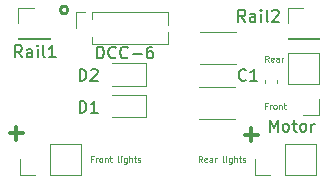
<source format=gbr>
%TF.GenerationSoftware,KiCad,Pcbnew,(5.1.7)-1*%
%TF.CreationDate,2022-11-01T20:21:32+00:00*%
%TF.ProjectId,Hornby-Ringfield-DCC6-Adapter,486f726e-6279-42d5-9269-6e676669656c,rev?*%
%TF.SameCoordinates,Original*%
%TF.FileFunction,Legend,Top*%
%TF.FilePolarity,Positive*%
%FSLAX46Y46*%
G04 Gerber Fmt 4.6, Leading zero omitted, Abs format (unit mm)*
G04 Created by KiCad (PCBNEW (5.1.7)-1) date 2022-11-01 20:21:32*
%MOMM*%
%LPD*%
G01*
G04 APERTURE LIST*
%ADD10C,0.100000*%
%ADD11C,0.300000*%
%ADD12C,0.250000*%
%ADD13C,0.120000*%
%ADD14C,0.150000*%
G04 APERTURE END LIST*
D10*
X152121428Y-75964285D02*
X151954761Y-75964285D01*
X151954761Y-76226190D02*
X151954761Y-75726190D01*
X152192857Y-75726190D01*
X152383333Y-76226190D02*
X152383333Y-75892857D01*
X152383333Y-75988095D02*
X152407142Y-75940476D01*
X152430952Y-75916666D01*
X152478571Y-75892857D01*
X152526190Y-75892857D01*
X152764285Y-76226190D02*
X152716666Y-76202380D01*
X152692857Y-76178571D01*
X152669047Y-76130952D01*
X152669047Y-75988095D01*
X152692857Y-75940476D01*
X152716666Y-75916666D01*
X152764285Y-75892857D01*
X152835714Y-75892857D01*
X152883333Y-75916666D01*
X152907142Y-75940476D01*
X152930952Y-75988095D01*
X152930952Y-76130952D01*
X152907142Y-76178571D01*
X152883333Y-76202380D01*
X152835714Y-76226190D01*
X152764285Y-76226190D01*
X153145238Y-75892857D02*
X153145238Y-76226190D01*
X153145238Y-75940476D02*
X153169047Y-75916666D01*
X153216666Y-75892857D01*
X153288095Y-75892857D01*
X153335714Y-75916666D01*
X153359523Y-75964285D01*
X153359523Y-76226190D01*
X153526190Y-75892857D02*
X153716666Y-75892857D01*
X153597619Y-75726190D02*
X153597619Y-76154761D01*
X153621428Y-76202380D01*
X153669047Y-76226190D01*
X153716666Y-76226190D01*
X152259523Y-72226190D02*
X152092857Y-71988095D01*
X151973809Y-72226190D02*
X151973809Y-71726190D01*
X152164285Y-71726190D01*
X152211904Y-71750000D01*
X152235714Y-71773809D01*
X152259523Y-71821428D01*
X152259523Y-71892857D01*
X152235714Y-71940476D01*
X152211904Y-71964285D01*
X152164285Y-71988095D01*
X151973809Y-71988095D01*
X152664285Y-72202380D02*
X152616666Y-72226190D01*
X152521428Y-72226190D01*
X152473809Y-72202380D01*
X152450000Y-72154761D01*
X152450000Y-71964285D01*
X152473809Y-71916666D01*
X152521428Y-71892857D01*
X152616666Y-71892857D01*
X152664285Y-71916666D01*
X152688095Y-71964285D01*
X152688095Y-72011904D01*
X152450000Y-72059523D01*
X153116666Y-72226190D02*
X153116666Y-71964285D01*
X153092857Y-71916666D01*
X153045238Y-71892857D01*
X152950000Y-71892857D01*
X152902380Y-71916666D01*
X153116666Y-72202380D02*
X153069047Y-72226190D01*
X152950000Y-72226190D01*
X152902380Y-72202380D01*
X152878571Y-72154761D01*
X152878571Y-72107142D01*
X152902380Y-72059523D01*
X152950000Y-72035714D01*
X153069047Y-72035714D01*
X153116666Y-72011904D01*
X153354761Y-72226190D02*
X153354761Y-71892857D01*
X153354761Y-71988095D02*
X153378571Y-71940476D01*
X153402380Y-71916666D01*
X153450000Y-71892857D01*
X153497619Y-71892857D01*
D11*
X130328571Y-78307142D02*
X131471428Y-78307142D01*
X130900000Y-78878571D02*
X130900000Y-77735714D01*
X150228571Y-78407142D02*
X151371428Y-78407142D01*
X150800000Y-78978571D02*
X150800000Y-77835714D01*
D12*
X134828571Y-68152380D02*
X134733333Y-68104761D01*
X134685714Y-68057142D01*
X134638095Y-67961904D01*
X134638095Y-67676190D01*
X134685714Y-67580952D01*
X134733333Y-67533333D01*
X134828571Y-67485714D01*
X134971428Y-67485714D01*
X135066666Y-67533333D01*
X135114285Y-67580952D01*
X135161904Y-67676190D01*
X135161904Y-67961904D01*
X135114285Y-68057142D01*
X135066666Y-68104761D01*
X134971428Y-68152380D01*
X134828571Y-68152380D01*
D13*
%TO.C,D2*%
X139000000Y-74260000D02*
X141860000Y-74260000D01*
X141860000Y-74260000D02*
X141860000Y-72340000D01*
X141860000Y-72340000D02*
X139000000Y-72340000D01*
%TO.C,D1*%
X139000000Y-76960000D02*
X141860000Y-76960000D01*
X141860000Y-76960000D02*
X141860000Y-75040000D01*
X141860000Y-75040000D02*
X139000000Y-75040000D01*
%TO.C,MOTOR1_R2*%
X146472936Y-69740000D02*
X149527064Y-69740000D01*
X146472936Y-72460000D02*
X149527064Y-72460000D01*
%TO.C,MOTOR1_R1*%
X146372936Y-74340000D02*
X149427064Y-74340000D01*
X146372936Y-77060000D02*
X149427064Y-77060000D01*
%TO.C,C1*%
X153010000Y-73753733D02*
X153010000Y-74046267D01*
X151990000Y-73753733D02*
X151990000Y-74046267D01*
%TO.C,Rear lights*%
X156270000Y-81830000D02*
X156270000Y-79170000D01*
X153670000Y-81830000D02*
X156270000Y-81830000D01*
X153670000Y-79170000D02*
X156270000Y-79170000D01*
X153670000Y-81830000D02*
X153670000Y-79170000D01*
X152400000Y-81830000D02*
X151070000Y-81830000D01*
X151070000Y-81830000D02*
X151070000Y-80500000D01*
%TO.C,Motor*%
X156530000Y-71530000D02*
X153870000Y-71530000D01*
X156530000Y-74130000D02*
X156530000Y-71530000D01*
X153870000Y-74130000D02*
X153870000Y-71530000D01*
X156530000Y-74130000D02*
X153870000Y-74130000D01*
X156530000Y-75400000D02*
X156530000Y-76730000D01*
X156530000Y-76730000D02*
X155200000Y-76730000D01*
%TO.C,Front lights*%
X136370000Y-81830000D02*
X136370000Y-79170000D01*
X133770000Y-81830000D02*
X136370000Y-81830000D01*
X133770000Y-79170000D02*
X136370000Y-79170000D01*
X133770000Y-81830000D02*
X133770000Y-79170000D01*
X132500000Y-81830000D02*
X131170000Y-81830000D01*
X131170000Y-81830000D02*
X131170000Y-80500000D01*
%TO.C,Rail2*%
X153870000Y-70330000D02*
X156530000Y-70330000D01*
X153870000Y-70270000D02*
X153870000Y-70330000D01*
X156530000Y-70270000D02*
X156530000Y-70330000D01*
X153870000Y-70270000D02*
X156530000Y-70270000D01*
X153870000Y-69000000D02*
X153870000Y-67670000D01*
X153870000Y-67670000D02*
X155200000Y-67670000D01*
%TO.C,Rail1*%
X131070000Y-70330000D02*
X133730000Y-70330000D01*
X131070000Y-70270000D02*
X131070000Y-70330000D01*
X133730000Y-70270000D02*
X133730000Y-70330000D01*
X131070000Y-70270000D02*
X133730000Y-70270000D01*
X131070000Y-69000000D02*
X131070000Y-67670000D01*
X131070000Y-67670000D02*
X132400000Y-67670000D01*
%TO.C,DCC-6*%
X137335000Y-70730000D02*
X137335000Y-70160000D01*
X137335000Y-68640000D02*
X137335000Y-68070000D01*
X137335000Y-70730000D02*
X143745000Y-70730000D01*
X143745000Y-70730000D02*
X143745000Y-69707530D01*
X143745000Y-69092470D02*
X143745000Y-68070000D01*
X137335000Y-68070000D02*
X143745000Y-68070000D01*
X135940000Y-68070000D02*
X136700000Y-68070000D01*
X135940000Y-69400000D02*
X135940000Y-68070000D01*
%TO.C,D2*%
D14*
X136261904Y-73852380D02*
X136261904Y-72852380D01*
X136500000Y-72852380D01*
X136642857Y-72900000D01*
X136738095Y-72995238D01*
X136785714Y-73090476D01*
X136833333Y-73280952D01*
X136833333Y-73423809D01*
X136785714Y-73614285D01*
X136738095Y-73709523D01*
X136642857Y-73804761D01*
X136500000Y-73852380D01*
X136261904Y-73852380D01*
X137214285Y-72947619D02*
X137261904Y-72900000D01*
X137357142Y-72852380D01*
X137595238Y-72852380D01*
X137690476Y-72900000D01*
X137738095Y-72947619D01*
X137785714Y-73042857D01*
X137785714Y-73138095D01*
X137738095Y-73280952D01*
X137166666Y-73852380D01*
X137785714Y-73852380D01*
%TO.C,D1*%
X136261904Y-76552380D02*
X136261904Y-75552380D01*
X136500000Y-75552380D01*
X136642857Y-75600000D01*
X136738095Y-75695238D01*
X136785714Y-75790476D01*
X136833333Y-75980952D01*
X136833333Y-76123809D01*
X136785714Y-76314285D01*
X136738095Y-76409523D01*
X136642857Y-76504761D01*
X136500000Y-76552380D01*
X136261904Y-76552380D01*
X137785714Y-76552380D02*
X137214285Y-76552380D01*
X137500000Y-76552380D02*
X137500000Y-75552380D01*
X137404761Y-75695238D01*
X137309523Y-75790476D01*
X137214285Y-75838095D01*
%TO.C,C1*%
X150333333Y-73757142D02*
X150285714Y-73804761D01*
X150142857Y-73852380D01*
X150047619Y-73852380D01*
X149904761Y-73804761D01*
X149809523Y-73709523D01*
X149761904Y-73614285D01*
X149714285Y-73423809D01*
X149714285Y-73280952D01*
X149761904Y-73090476D01*
X149809523Y-72995238D01*
X149904761Y-72900000D01*
X150047619Y-72852380D01*
X150142857Y-72852380D01*
X150285714Y-72900000D01*
X150333333Y-72947619D01*
X151285714Y-73852380D02*
X150714285Y-73852380D01*
X151000000Y-73852380D02*
X151000000Y-72852380D01*
X150904761Y-72995238D01*
X150809523Y-73090476D01*
X150714285Y-73138095D01*
%TO.C,Rear lights*%
D10*
X146621428Y-80726190D02*
X146454761Y-80488095D01*
X146335714Y-80726190D02*
X146335714Y-80226190D01*
X146526190Y-80226190D01*
X146573809Y-80250000D01*
X146597619Y-80273809D01*
X146621428Y-80321428D01*
X146621428Y-80392857D01*
X146597619Y-80440476D01*
X146573809Y-80464285D01*
X146526190Y-80488095D01*
X146335714Y-80488095D01*
X147026190Y-80702380D02*
X146978571Y-80726190D01*
X146883333Y-80726190D01*
X146835714Y-80702380D01*
X146811904Y-80654761D01*
X146811904Y-80464285D01*
X146835714Y-80416666D01*
X146883333Y-80392857D01*
X146978571Y-80392857D01*
X147026190Y-80416666D01*
X147050000Y-80464285D01*
X147050000Y-80511904D01*
X146811904Y-80559523D01*
X147478571Y-80726190D02*
X147478571Y-80464285D01*
X147454761Y-80416666D01*
X147407142Y-80392857D01*
X147311904Y-80392857D01*
X147264285Y-80416666D01*
X147478571Y-80702380D02*
X147430952Y-80726190D01*
X147311904Y-80726190D01*
X147264285Y-80702380D01*
X147240476Y-80654761D01*
X147240476Y-80607142D01*
X147264285Y-80559523D01*
X147311904Y-80535714D01*
X147430952Y-80535714D01*
X147478571Y-80511904D01*
X147716666Y-80726190D02*
X147716666Y-80392857D01*
X147716666Y-80488095D02*
X147740476Y-80440476D01*
X147764285Y-80416666D01*
X147811904Y-80392857D01*
X147859523Y-80392857D01*
X148478571Y-80726190D02*
X148430952Y-80702380D01*
X148407142Y-80654761D01*
X148407142Y-80226190D01*
X148669047Y-80726190D02*
X148669047Y-80392857D01*
X148669047Y-80226190D02*
X148645238Y-80250000D01*
X148669047Y-80273809D01*
X148692857Y-80250000D01*
X148669047Y-80226190D01*
X148669047Y-80273809D01*
X149121428Y-80392857D02*
X149121428Y-80797619D01*
X149097619Y-80845238D01*
X149073809Y-80869047D01*
X149026190Y-80892857D01*
X148954761Y-80892857D01*
X148907142Y-80869047D01*
X149121428Y-80702380D02*
X149073809Y-80726190D01*
X148978571Y-80726190D01*
X148930952Y-80702380D01*
X148907142Y-80678571D01*
X148883333Y-80630952D01*
X148883333Y-80488095D01*
X148907142Y-80440476D01*
X148930952Y-80416666D01*
X148978571Y-80392857D01*
X149073809Y-80392857D01*
X149121428Y-80416666D01*
X149359523Y-80726190D02*
X149359523Y-80226190D01*
X149573809Y-80726190D02*
X149573809Y-80464285D01*
X149550000Y-80416666D01*
X149502380Y-80392857D01*
X149430952Y-80392857D01*
X149383333Y-80416666D01*
X149359523Y-80440476D01*
X149740476Y-80392857D02*
X149930952Y-80392857D01*
X149811904Y-80226190D02*
X149811904Y-80654761D01*
X149835714Y-80702380D01*
X149883333Y-80726190D01*
X149930952Y-80726190D01*
X150073809Y-80702380D02*
X150121428Y-80726190D01*
X150216666Y-80726190D01*
X150264285Y-80702380D01*
X150288095Y-80654761D01*
X150288095Y-80630952D01*
X150264285Y-80583333D01*
X150216666Y-80559523D01*
X150145238Y-80559523D01*
X150097619Y-80535714D01*
X150073809Y-80488095D01*
X150073809Y-80464285D01*
X150097619Y-80416666D01*
X150145238Y-80392857D01*
X150216666Y-80392857D01*
X150264285Y-80416666D01*
%TO.C,Motor*%
D14*
X152366666Y-78152380D02*
X152366666Y-77152380D01*
X152700000Y-77866666D01*
X153033333Y-77152380D01*
X153033333Y-78152380D01*
X153652380Y-78152380D02*
X153557142Y-78104761D01*
X153509523Y-78057142D01*
X153461904Y-77961904D01*
X153461904Y-77676190D01*
X153509523Y-77580952D01*
X153557142Y-77533333D01*
X153652380Y-77485714D01*
X153795238Y-77485714D01*
X153890476Y-77533333D01*
X153938095Y-77580952D01*
X153985714Y-77676190D01*
X153985714Y-77961904D01*
X153938095Y-78057142D01*
X153890476Y-78104761D01*
X153795238Y-78152380D01*
X153652380Y-78152380D01*
X154271428Y-77485714D02*
X154652380Y-77485714D01*
X154414285Y-77152380D02*
X154414285Y-78009523D01*
X154461904Y-78104761D01*
X154557142Y-78152380D01*
X154652380Y-78152380D01*
X155128571Y-78152380D02*
X155033333Y-78104761D01*
X154985714Y-78057142D01*
X154938095Y-77961904D01*
X154938095Y-77676190D01*
X154985714Y-77580952D01*
X155033333Y-77533333D01*
X155128571Y-77485714D01*
X155271428Y-77485714D01*
X155366666Y-77533333D01*
X155414285Y-77580952D01*
X155461904Y-77676190D01*
X155461904Y-77961904D01*
X155414285Y-78057142D01*
X155366666Y-78104761D01*
X155271428Y-78152380D01*
X155128571Y-78152380D01*
X155890476Y-78152380D02*
X155890476Y-77485714D01*
X155890476Y-77676190D02*
X155938095Y-77580952D01*
X155985714Y-77533333D01*
X156080952Y-77485714D01*
X156176190Y-77485714D01*
%TO.C,Front lights*%
D10*
X137383333Y-80464285D02*
X137216666Y-80464285D01*
X137216666Y-80726190D02*
X137216666Y-80226190D01*
X137454761Y-80226190D01*
X137645238Y-80726190D02*
X137645238Y-80392857D01*
X137645238Y-80488095D02*
X137669047Y-80440476D01*
X137692857Y-80416666D01*
X137740476Y-80392857D01*
X137788095Y-80392857D01*
X138026190Y-80726190D02*
X137978571Y-80702380D01*
X137954761Y-80678571D01*
X137930952Y-80630952D01*
X137930952Y-80488095D01*
X137954761Y-80440476D01*
X137978571Y-80416666D01*
X138026190Y-80392857D01*
X138097619Y-80392857D01*
X138145238Y-80416666D01*
X138169047Y-80440476D01*
X138192857Y-80488095D01*
X138192857Y-80630952D01*
X138169047Y-80678571D01*
X138145238Y-80702380D01*
X138097619Y-80726190D01*
X138026190Y-80726190D01*
X138407142Y-80392857D02*
X138407142Y-80726190D01*
X138407142Y-80440476D02*
X138430952Y-80416666D01*
X138478571Y-80392857D01*
X138550000Y-80392857D01*
X138597619Y-80416666D01*
X138621428Y-80464285D01*
X138621428Y-80726190D01*
X138788095Y-80392857D02*
X138978571Y-80392857D01*
X138859523Y-80226190D02*
X138859523Y-80654761D01*
X138883333Y-80702380D01*
X138930952Y-80726190D01*
X138978571Y-80726190D01*
X139597619Y-80726190D02*
X139550000Y-80702380D01*
X139526190Y-80654761D01*
X139526190Y-80226190D01*
X139788095Y-80726190D02*
X139788095Y-80392857D01*
X139788095Y-80226190D02*
X139764285Y-80250000D01*
X139788095Y-80273809D01*
X139811904Y-80250000D01*
X139788095Y-80226190D01*
X139788095Y-80273809D01*
X140240476Y-80392857D02*
X140240476Y-80797619D01*
X140216666Y-80845238D01*
X140192857Y-80869047D01*
X140145238Y-80892857D01*
X140073809Y-80892857D01*
X140026190Y-80869047D01*
X140240476Y-80702380D02*
X140192857Y-80726190D01*
X140097619Y-80726190D01*
X140050000Y-80702380D01*
X140026190Y-80678571D01*
X140002380Y-80630952D01*
X140002380Y-80488095D01*
X140026190Y-80440476D01*
X140050000Y-80416666D01*
X140097619Y-80392857D01*
X140192857Y-80392857D01*
X140240476Y-80416666D01*
X140478571Y-80726190D02*
X140478571Y-80226190D01*
X140692857Y-80726190D02*
X140692857Y-80464285D01*
X140669047Y-80416666D01*
X140621428Y-80392857D01*
X140550000Y-80392857D01*
X140502380Y-80416666D01*
X140478571Y-80440476D01*
X140859523Y-80392857D02*
X141050000Y-80392857D01*
X140930952Y-80226190D02*
X140930952Y-80654761D01*
X140954761Y-80702380D01*
X141002380Y-80726190D01*
X141050000Y-80726190D01*
X141192857Y-80702380D02*
X141240476Y-80726190D01*
X141335714Y-80726190D01*
X141383333Y-80702380D01*
X141407142Y-80654761D01*
X141407142Y-80630952D01*
X141383333Y-80583333D01*
X141335714Y-80559523D01*
X141264285Y-80559523D01*
X141216666Y-80535714D01*
X141192857Y-80488095D01*
X141192857Y-80464285D01*
X141216666Y-80416666D01*
X141264285Y-80392857D01*
X141335714Y-80392857D01*
X141383333Y-80416666D01*
%TO.C,Rail2*%
D14*
X150280952Y-68852380D02*
X149947619Y-68376190D01*
X149709523Y-68852380D02*
X149709523Y-67852380D01*
X150090476Y-67852380D01*
X150185714Y-67900000D01*
X150233333Y-67947619D01*
X150280952Y-68042857D01*
X150280952Y-68185714D01*
X150233333Y-68280952D01*
X150185714Y-68328571D01*
X150090476Y-68376190D01*
X149709523Y-68376190D01*
X151138095Y-68852380D02*
X151138095Y-68328571D01*
X151090476Y-68233333D01*
X150995238Y-68185714D01*
X150804761Y-68185714D01*
X150709523Y-68233333D01*
X151138095Y-68804761D02*
X151042857Y-68852380D01*
X150804761Y-68852380D01*
X150709523Y-68804761D01*
X150661904Y-68709523D01*
X150661904Y-68614285D01*
X150709523Y-68519047D01*
X150804761Y-68471428D01*
X151042857Y-68471428D01*
X151138095Y-68423809D01*
X151614285Y-68852380D02*
X151614285Y-68185714D01*
X151614285Y-67852380D02*
X151566666Y-67900000D01*
X151614285Y-67947619D01*
X151661904Y-67900000D01*
X151614285Y-67852380D01*
X151614285Y-67947619D01*
X152233333Y-68852380D02*
X152138095Y-68804761D01*
X152090476Y-68709523D01*
X152090476Y-67852380D01*
X152566666Y-67947619D02*
X152614285Y-67900000D01*
X152709523Y-67852380D01*
X152947619Y-67852380D01*
X153042857Y-67900000D01*
X153090476Y-67947619D01*
X153138095Y-68042857D01*
X153138095Y-68138095D01*
X153090476Y-68280952D01*
X152519047Y-68852380D01*
X153138095Y-68852380D01*
%TO.C,Rail1*%
X131380952Y-71852380D02*
X131047619Y-71376190D01*
X130809523Y-71852380D02*
X130809523Y-70852380D01*
X131190476Y-70852380D01*
X131285714Y-70900000D01*
X131333333Y-70947619D01*
X131380952Y-71042857D01*
X131380952Y-71185714D01*
X131333333Y-71280952D01*
X131285714Y-71328571D01*
X131190476Y-71376190D01*
X130809523Y-71376190D01*
X132238095Y-71852380D02*
X132238095Y-71328571D01*
X132190476Y-71233333D01*
X132095238Y-71185714D01*
X131904761Y-71185714D01*
X131809523Y-71233333D01*
X132238095Y-71804761D02*
X132142857Y-71852380D01*
X131904761Y-71852380D01*
X131809523Y-71804761D01*
X131761904Y-71709523D01*
X131761904Y-71614285D01*
X131809523Y-71519047D01*
X131904761Y-71471428D01*
X132142857Y-71471428D01*
X132238095Y-71423809D01*
X132714285Y-71852380D02*
X132714285Y-71185714D01*
X132714285Y-70852380D02*
X132666666Y-70900000D01*
X132714285Y-70947619D01*
X132761904Y-70900000D01*
X132714285Y-70852380D01*
X132714285Y-70947619D01*
X133333333Y-71852380D02*
X133238095Y-71804761D01*
X133190476Y-71709523D01*
X133190476Y-70852380D01*
X134238095Y-71852380D02*
X133666666Y-71852380D01*
X133952380Y-71852380D02*
X133952380Y-70852380D01*
X133857142Y-70995238D01*
X133761904Y-71090476D01*
X133666666Y-71138095D01*
%TO.C,DCC-6*%
X137742857Y-71952380D02*
X137742857Y-70952380D01*
X137980952Y-70952380D01*
X138123809Y-71000000D01*
X138219047Y-71095238D01*
X138266666Y-71190476D01*
X138314285Y-71380952D01*
X138314285Y-71523809D01*
X138266666Y-71714285D01*
X138219047Y-71809523D01*
X138123809Y-71904761D01*
X137980952Y-71952380D01*
X137742857Y-71952380D01*
X139314285Y-71857142D02*
X139266666Y-71904761D01*
X139123809Y-71952380D01*
X139028571Y-71952380D01*
X138885714Y-71904761D01*
X138790476Y-71809523D01*
X138742857Y-71714285D01*
X138695238Y-71523809D01*
X138695238Y-71380952D01*
X138742857Y-71190476D01*
X138790476Y-71095238D01*
X138885714Y-71000000D01*
X139028571Y-70952380D01*
X139123809Y-70952380D01*
X139266666Y-71000000D01*
X139314285Y-71047619D01*
X140314285Y-71857142D02*
X140266666Y-71904761D01*
X140123809Y-71952380D01*
X140028571Y-71952380D01*
X139885714Y-71904761D01*
X139790476Y-71809523D01*
X139742857Y-71714285D01*
X139695238Y-71523809D01*
X139695238Y-71380952D01*
X139742857Y-71190476D01*
X139790476Y-71095238D01*
X139885714Y-71000000D01*
X140028571Y-70952380D01*
X140123809Y-70952380D01*
X140266666Y-71000000D01*
X140314285Y-71047619D01*
X140742857Y-71571428D02*
X141504761Y-71571428D01*
X142409523Y-70952380D02*
X142219047Y-70952380D01*
X142123809Y-71000000D01*
X142076190Y-71047619D01*
X141980952Y-71190476D01*
X141933333Y-71380952D01*
X141933333Y-71761904D01*
X141980952Y-71857142D01*
X142028571Y-71904761D01*
X142123809Y-71952380D01*
X142314285Y-71952380D01*
X142409523Y-71904761D01*
X142457142Y-71857142D01*
X142504761Y-71761904D01*
X142504761Y-71523809D01*
X142457142Y-71428571D01*
X142409523Y-71380952D01*
X142314285Y-71333333D01*
X142123809Y-71333333D01*
X142028571Y-71380952D01*
X141980952Y-71428571D01*
X141933333Y-71523809D01*
%TD*%
M02*

</source>
